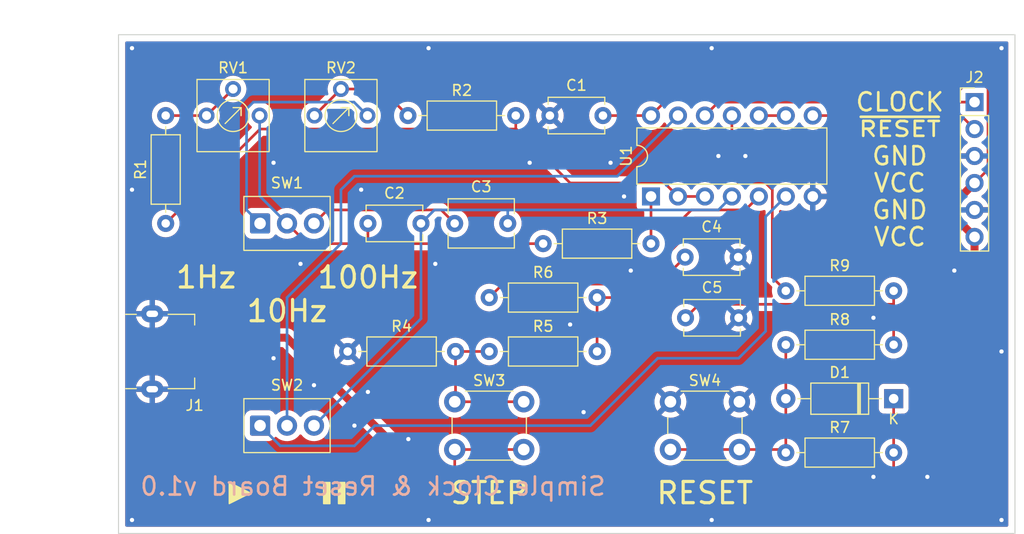
<source format=kicad_pcb>
(kicad_pcb (version 20211014) (generator pcbnew)
  (layers (0 "F.Cu" signal) (31 "B.Cu" signal) (34 "B.Paste" user) (35 "F.Paste" user) (36 "B.SilkS" user "B.Silkscreen") (37 "F.SilkS" user "F.Silkscreen") (38 "B.Mask" user) (39 "F.Mask" user) (44 "Edge.Cuts" user))
  (net 0 "")
  (net 1 "VCC")
  (net 2 "GND")
  (net 3 "Net-(C2-Pad1)")
  (net 4 "/clock_auto")
  (net 5 "/sw_1Hz")
  (net 6 "Net-(C4-Pad1)")
  (net 7 "Net-(C5-Pad1)")
  (net 8 "Net-(D1-Pad2)")
  (net 9 "/clock")
  (net 10 "/~{reset}")
  (net 11 "Net-(R1-Pad1)")
  (net 12 "Net-(R1-Pad2)")
  (net 13 "Net-(R2-Pad2)")
  (net 14 "Net-(R3-Pad1)")
  (net 15 "Net-(R4-Pad2)")
  (net 16 "Net-(R6-Pad2)")
  (net 17 "Net-(R9-Pad2)")
  (net 18 "/sw_100Hz")
  (net 19 "/clock_manual")
  (net 20 "Net-(SW2-Pad2)")
  (net 21 "Net-(U1-Pad10)")
  (footprint "MyLibrary:GF063P" (layer "F.Cu") (at 124.46 50.8)
    (fp_text reference "RV1" (at 0 -4.5 unlocked) (layer "F.SilkS"))
    (fp_text value "100k")
    (fp_line (start -0.75 0.75) (end 0.75 -0.75) (layer "F.SilkS") (width 0.12))
    (fp_line (start 0.75 -0.75) (end 0 -0.75) (layer "F.SilkS") (width 0.12))
    (fp_line (start 0.75 0) (end 0.75 -0.75) (layer "F.SilkS") (width 0.12))
    (fp_line (start 0.75 -0.75) (end 0.75 0) (layer "F.SilkS") (width 0.12))
    (fp_rect (start -3.4 -3.4) (end 3.4 3.4) (layer "F.SilkS") (width 0.12) (fill none))
    (fp_circle (center 0 0) (end 1.5 0) (layer "F.SilkS") (width 0.12) (fill none))
    (pad "1" thru_hole circle (at -2.5 0) (size 1.5 1.5) (drill 0.85) (layers *.Cu *.Mask) (net 12 "Net-(R1-Pad2)"))
    (pad "2" thru_hole circle (at 0 -2.5) (size 1.5 1.5) (drill 0.85) (layers *.Cu *.Mask) (net 12 "Net-(R1-Pad2)"))
    (pad "3" thru_hole circle (at 2.5 0) (size 1.5 1.5) (drill 0.85) (layers *.Cu *.Mask) (net 3 "Net-(C2-Pad1)"))
  )
  (footprint "MyLibrary:GF063P" (layer "F.Cu") (at 134.62 50.8)
    (fp_text reference "RV2" (at 0 -4.5 unlocked) (layer "F.SilkS"))
    (fp_text value "10k")
    (fp_line (start 0.75 -0.75) (end 0.75 0) (layer "F.SilkS") (width 0.12))
    (fp_line (start -0.75 0.75) (end 0.75 -0.75) (layer "F.SilkS") (width 0.12))
    (fp_line (start 0.75 -0.75) (end 0 -0.75) (layer "F.SilkS") (width 0.12))
    (fp_line (start 0.75 0) (end 0.75 -0.75) (layer "F.SilkS") (width 0.12))
    (fp_rect (start -3.4 -3.4) (end 3.4 3.4) (layer "F.SilkS") (width 0.12) (fill none))
    (fp_circle (center 0 0) (end 1.5 0) (layer "F.SilkS") (width 0.12) (fill none))
    (pad "1" thru_hole circle (at -2.5 0) (size 1.5 1.5) (drill 0.85) (layers *.Cu *.Mask) (net 13 "Net-(R2-Pad2)"))
    (pad "2" thru_hole circle (at 0 -2.5) (size 1.5 1.5) (drill 0.85) (layers *.Cu *.Mask) (net 13 "Net-(R2-Pad2)"))
    (pad "3" thru_hole circle (at 2.5 0) (size 1.5 1.5) (drill 0.85) (layers *.Cu *.Mask) (net 18 "/sw_100Hz"))
  )
  (footprint "Resistor_THT:R_Axial_DIN0207_L6.3mm_D2.5mm_P10.16mm_Horizontal" (layer "F.Cu") (at 163.83 62.865 180)
    (fp_text reference "R3" (at 5.08 2.37) (layer "F.SilkS"))
    (fp_text value "10k")
    (fp_line (start 8.35 -1.37) (end 1.81 -1.37) (layer "F.SilkS") (width 0.12))
    (fp_line (start 1.81 -1.37) (end 1.81 1.37) (layer "F.SilkS") (width 0.12))
    (fp_line (start 9.12 0) (end 8.35 0) (layer "F.SilkS") (width 0.12))
    (fp_line (start 8.35 1.37) (end 8.35 -1.37) (layer "F.SilkS") (width 0.12))
    (fp_line (start 1.04 0) (end 1.81 0) (layer "F.SilkS") (width 0.12))
    (fp_line (start 1.81 1.37) (end 8.35 1.37) (layer "F.SilkS") (width 0.12))
    (pad "1" thru_hole circle (at 0 0 180) (size 1.6 1.6) (drill 0.8) (layers *.Cu *.Mask) (net 14 "Net-(R3-Pad1)"))
    (pad "2" thru_hole oval (at 10.16 0 180) (size 1.6 1.6) (drill 0.8) (layers *.Cu *.Mask) (net 3 "Net-(C2-Pad1)"))
  )
  (footprint "MyLibrary:USB-MicroB-power" (layer "F.Cu") (at 116.84 73.025 -90)
    (fp_text reference "J1" (at 5.08 -4 unlocked) (layer "F.SilkS"))
    (fp_text value "USB-MicroB-power")
    (fp_line (start -3.5 -1.5) (end -3.5 -4) (layer "F.SilkS") (width 0.12))
    (fp_line (start 3.5 -4) (end 2.5 -4) (layer "F.SilkS") (width 0.12))
    (fp_line (start 3.5 -1.5) (end 3.5 -4) (layer "F.SilkS") (width 0.12))
    (fp_line (start -3.5 1.5) (end -3.5 2.5) (layer "F.SilkS") (width 0.12))
    (fp_line (start -3.5 -4) (end -2.5 -4) (layer "F.SilkS") (width 0.12))
    (fp_line (start 3.5 1.5) (end 3.5 2.5) (layer "F.SilkS") (width 0.12))
    (pad "1" smd rect (at -1.3 -5.9 270) (size 0.9 4.5) (layers "F.Cu" "F.Paste" "F.Mask") (net 1 "VCC"))
    (pad "5" smd rect (at 1.3 -5.9 270) (size 0.9 4.5) (layers "F.Cu" "F.Paste" "F.Mask") (net 2 "GND"))
    (pad "6" thru_hole oval (at 3.55 0 270) (size 1.6 2.1) (drill oval 0.6 1.1) (layers *.Cu *.Mask) (net 2 "GND"))
    (pad "6" thru_hole oval (at -3.55 0 270) (size 1.6 2.1) (drill oval 0.6 1.1) (layers *.Cu *.Mask) (net 2 "GND"))
  )
  (footprint "Capacitor_THT:C_Disc_D5.1mm_W3.2mm_P5.00mm" (layer "F.Cu") (at 159.305 50.8 180)
    (fp_text reference "C1" (at 2.5 2.85) (layer "F.SilkS"))
    (fp_text value "0.1u")
    (fp_line (start -0.17 -1.721) (end -0.17 -1.055) (layer "F.SilkS") (width 0.12))
    (fp_line (start 5.17 1.055) (end 5.17 1.721) (layer "F.SilkS") (width 0.12))
    (fp_line (start -0.17 1.721) (end 5.17 1.721) (layer "F.SilkS") (width 0.12))
    (fp_line (start 5.17 -1.721) (end 5.17 -1.055) (layer "F.SilkS") (width 0.12))
    (fp_line (start -0.17 1.055) (end -0.17 1.721) (layer "F.SilkS") (width 0.12))
    (fp_line (start -0.17 -1.721) (end 5.17 -1.721) (layer "F.SilkS") (width 0.12))
    (pad "1" thru_hole circle (at 0 0 180) (size 1.6 1.6) (drill 0.8) (layers *.Cu *.Mask) (net 1 "VCC"))
    (pad "2" thru_hole circle (at 5 0 180) (size 1.6 1.6) (drill 0.8) (layers *.Cu *.Mask) (net 2 "GND"))
  )
  (footprint "ModifiedKiCadLibrary:DIP-14_W7.62mm_D1mm" (layer "F.Cu") (at 163.83 58.42 90)
    (fp_text reference "U1" (at 3.81 -2.33 90) (layer "F.SilkS"))
    (fp_text value "74HC14")
    (fp_line (start 2.81 -1.33) (end 1.16 -1.33) (layer "F.SilkS") (width 0.12))
    (fp_line (start 1.16 -1.33) (end 1.16 16.57) (layer "F.SilkS") (width 0.12))
    (fp_line (start 1.16 16.57) (end 6.46 16.57) (layer "F.SilkS") (width 0.12))
    (fp_line (start 6.46 -1.33) (end 4.81 -1.33) (layer "F.SilkS") (width 0.12))
    (fp_line (start 6.46 16.57) (end 6.46 -1.33) (layer "F.SilkS") (width 0.12))
    (fp_arc (start 4.81 -1.33) (mid 3.81 -0.33) (end 2.81 -1.33) (layer "F.SilkS") (width 0.12))
    (pad "1" thru_hole rect (at 0 0 90) (size 1.7 1.7) (drill 1) (layers *.Cu *.Mask) (net 14 "Net-(R3-Pad1)"))
    (pad "2" thru_hole oval (at 0 2.54 90) (size 1.7 1.7) (drill 1) (layers *.Cu *.Mask) (net 11 "Net-(R1-Pad1)"))
    (pad "3" thru_hole oval (at 0 5.08 90) (size 1.7 1.7) (drill 1) (layers *.Cu *.Mask) (net 11 "Net-(R1-Pad1)"))
    (pad "4" thru_hole oval (at 0 7.62 90) (size 1.7 1.7) (drill 1) (layers *.Cu *.Mask) (net 4 "/clock_auto"))
    (pad "5" thru_hole oval (at 0 10.16 90) (size 1.7 1.7) (drill 1) (layers *.Cu *.Mask) (net 16 "Net-(R6-Pad2)"))
    (pad "6" thru_hole oval (at 0 12.7 90) (size 1.7 1.7) (drill 1) (layers *.Cu *.Mask) (net 19 "/clock_manual"))
    (pad "7" thru_hole oval (at 0 15.24 90) (size 1.7 1.7) (drill 1) (layers *.Cu *.Mask) (net 2 "GND"))
    (pad "8" thru_hole oval (at 7.62 15.24 90) (size 1.7 1.7) (drill 1) (layers *.Cu *.Mask) (net 10 "/~{reset}"))
    (pad "9" thru_hole oval (at 7.62 12.7 90) (size 1.7 1.7) (drill 1) (layers *.Cu *.Mask) (net 21 "Net-(U1-Pad10)"))
    (pad "10" thru_hole oval (at 7.62 10.16 90) (size 1.7 1.7) (drill 1) (layers *.Cu *.Mask) (net 21 "Net-(U1-Pad10)"))
    (pad "11" thru_hole oval (at 7.62 7.62 90) (size 1.7 1.7) (drill 1) (layers *.Cu *.Mask) (net 17 "Net-(R9-Pad2)"))
    (pad "12" thru_hole oval (at 7.62 5.08 90) (size 1.7 1.7) (drill 1) (layers *.Cu *.Mask) (net 9 "/clock"))
    (pad "13" thru_hole oval (at 7.62 2.54 90) (size 1.7 1.7) (drill 1) (layers *.Cu *.Mask) (net 20 "Net-(SW2-Pad2)"))
    (pad "14" thru_hole oval (at 7.62 0 90) (size 1.7 1.7) (drill 1) (layers *.Cu *.Mask) (net 1 "VCC"))
  )
  (footprint "Capacitor_THT:C_Disc_D5.1mm_W3.2mm_P5.00mm" (layer "F.Cu") (at 137.16 60.96)
    (fp_text reference "C2" (at 2.5 -2.85) (layer "F.SilkS"))
    (fp_text value "1u")
    (fp_line (start -0.17 1.055) (end -0.17 1.721) (layer "F.SilkS") (width 0.12))
    (fp_line (start -0.17 -1.721) (end 5.17 -1.721) (layer "F.SilkS") (width 0.12))
    (fp_line (start -0.17 1.721) (end 5.17 1.721) (layer "F.SilkS") (width 0.12))
    (fp_line (start 5.17 1.055) (end 5.17 1.721) (layer "F.SilkS") (width 0.12))
    (fp_line (start 5.17 -1.721) (end 5.17 -1.055) (layer "F.SilkS") (width 0.12))
    (fp_line (start -0.17 -1.721) (end -0.17 -1.055) (layer "F.SilkS") (width 0.12))
    (pad "1" thru_hole circle (at 0 0) (size 1.6 1.6) (drill 0.8) (layers *.Cu *.Mask) (net 3 "Net-(C2-Pad1)"))
    (pad "2" thru_hole circle (at 5 0) (size 1.6 1.6) (drill 0.8) (layers *.Cu *.Mask) (net 4 "/clock_auto"))
  )
  (footprint "Resistor_THT:R_Axial_DIN0207_L6.3mm_D2.5mm_P10.16mm_Horizontal" (layer "F.Cu") (at 148.59 73.025)
    (fp_text reference "R5" (at 5.08 -2.37) (layer "F.SilkS"))
    (fp_text value "10k")
    (fp_line (start 8.35 -1.37) (end 1.81 -1.37) (layer "F.SilkS") (width 0.12))
    (fp_line (start 9.12 0) (end 8.35 0) (layer "F.SilkS") (width 0.12))
    (fp_line (start 1.04 0) (end 1.81 0) (layer "F.SilkS") (width 0.12))
    (fp_line (start 1.81 -1.37) (end 1.81 1.37) (layer "F.SilkS") (width 0.12))
    (fp_line (start 1.81 1.37) (end 8.35 1.37) (layer "F.SilkS") (width 0.12))
    (fp_line (start 8.35 1.37) (end 8.35 -1.37) (layer "F.SilkS") (width 0.12))
    (pad "1" thru_hole circle (at 0 0) (size 1.6 1.6) (drill 0.8) (layers *.Cu *.Mask) (net 15 "Net-(R4-Pad2)"))
    (pad "2" thru_hole oval (at 10.16 0) (size 1.6 1.6) (drill 0.8) (layers *.Cu *.Mask) (net 6 "Net-(C4-Pad1)"))
  )
  (footprint "Button_Switch_THT:SW_PUSH_6mm_H5mm" (layer "F.Cu") (at 145.34 77.76)
    (fp_text reference "SW3" (at 3.25 -2) (layer "F.SilkS"))
    (fp_text value "SW_clock")
    (fp_line (start -0.25 1.5) (end -0.25 3) (layer "F.SilkS") (width 0.12))
    (fp_line (start 5.5 -1) (end 1 -1) (layer "F.SilkS") (width 0.12))
    (fp_line (start 1 5.5) (end 5.5 5.5) (layer "F.SilkS") (width 0.12))
    (fp_line (start 6.75 3) (end 6.75 1.5) (layer "F.SilkS") (width 0.12))
    (pad "1" thru_hole circle (at 0 0 90) (size 2 2) (drill 1.1) (layers *.Cu *.Mask) (net 15 "Net-(R4-Pad2)"))
    (pad "1" thru_hole circle (at 6.5 0 90) (size 2 2) (drill 1.1) (layers *.Cu *.Mask) (net 15 "Net-(R4-Pad2)"))
    (pad "2" thru_hole circle (at 0 4.5 90) (size 2 2) (drill 1.1) (layers *.Cu *.Mask) (net 1 "VCC"))
    (pad "2" thru_hole circle (at 6.5 4.5 90) (size 2 2) (drill 1.1) (layers *.Cu *.Mask) (net 1 "VCC"))
  )
  (footprint "Resistor_THT:R_Axial_DIN0207_L6.3mm_D2.5mm_P10.16mm_Horizontal" (layer "F.Cu") (at 176.53 72.39)
    (fp_text reference "R8" (at 5.08 -2.37) (layer "F.SilkS"))
    (fp_text value "10k")
    (fp_line (start 1.04 0) (end 1.81 0) (layer "F.SilkS") (width 0.12))
    (fp_line (start 8.35 -1.37) (end 1.81 -1.37) (layer "F.SilkS") (width 0.12))
    (fp_line (start 1.81 1.37) (end 8.35 1.37) (layer "F.SilkS") (width 0.12))
    (fp_line (start 1.81 -1.37) (end 1.81 1.37) (layer "F.SilkS") (width 0.12))
    (fp_line (start 9.12 0) (end 8.35 0) (layer "F.SilkS") (width 0.12))
    (fp_line (start 8.35 1.37) (end 8.35 -1.37) (layer "F.SilkS") (width 0.12))
    (pad "1" thru_hole circle (at 0 0) (size 1.6 1.6) (drill 0.8) (layers *.Cu *.Mask) (net 8 "Net-(D1-Pad2)"))
    (pad "2" thru_hole oval (at 10.16 0) (size 1.6 1.6) (drill 0.8) (layers *.Cu *.Mask) (net 7 "Net-(C5-Pad1)"))
  )
  (footprint "MyLibrary:Triangle" (layer "F.Cu") (at 125.095 86.36)
    (fp_text reference "REF**" hide)
    (fp_text value "Triangle" hide)
    (fp_poly (pts (xy 1 0) (xy -1 1) (xy -1 -1)) (layer "F.SilkS") (width 0.12) (fill solid))
  )
  (footprint "MyLibrary:2MS1-T1-B4-M2-Q-E" (layer "F.Cu") (at 129.54 80.01)
    (fp_text reference "SW2" (at 0 -3.81 unlocked) (layer "F.SilkS"))
    (fp_text value "SW_clock_sel")
    (fp_rect (start -4.065 -2.54) (end 4.065 2.54) (layer "F.SilkS") (width 0.12) (fill none))
    (pad "1" thru_hole roundrect (at -2.54 0) (size 1.9 1.9) (drill 1.09) (layers *.Cu *.Mask) (roundrect_rratio 0.1) (net 19 "/clock_manual"))
    (pad "2" thru_hole circle (at 0 0) (size 1.9 1.9) (drill 1.09) (layers *.Cu *.Mask) (net 20 "Net-(SW2-Pad2)"))
    (pad "3" thru_hole circle (at 2.54 0) (size 1.9 1.9) (drill 1.09) (layers *.Cu *.Mask) (net 4 "/clock_auto"))
  )
  (footprint "MyLibrary:Pause" (layer "F.Cu") (at 133.985 86.36)
    (fp_text reference "REF**" hide)
    (fp_text value "Pause" hide)
    (fp_rect (start 0.4 -1) (end 1 1) (layer "F.SilkS") (width 0.12) (fill solid))
    (fp_rect (start -1 -1) (end -0.4 1) (layer "F.SilkS") (width 0.12) (fill solid))
  )
  (footprint "Button_Switch_THT:SW_PUSH_6mm_H5mm" (layer "F.Cu") (at 165.66 77.76)
    (fp_text reference "SW4" (at 3.25 -2) (layer "F.SilkS"))
    (fp_text value "SW_reset")
    (fp_line (start 1 5.5) (end 5.5 5.5) (layer "F.SilkS") (width 0.12))
    (fp_line (start -0.25 1.5) (end -0.25 3) (layer "F.SilkS") (width 0.12))
    (fp_line (start 5.5 -1) (end 1 -1) (layer "F.SilkS") (width 0.12))
    (fp_line (start 6.75 3) (end 6.75 1.5) (layer "F.SilkS") (width 0.12))
    (pad "1" thru_hole circle (at 6.5 0 90) (size 2 2) (drill 1.1) (layers *.Cu *.Mask) (net 2 "GND"))
    (pad "1" thru_hole circle (at 0 0 90) (size 2 2) (drill 1.1) (layers *.Cu *.Mask) (net 2 "GND"))
    (pad "2" thru_hole circle (at 6.5 4.5 90) (size 2 2) (drill 1.1) (layers *.Cu *.Mask) (net 8 "Net-(D1-Pad2)"))
    (pad "2" thru_hole circle (at 0 4.5 90) (size 2 2) (drill 1.1) (layers *.Cu *.Mask) (net 8 "Net-(D1-Pad2)"))
  )
  (footprint "Capacitor_THT:C_Disc_D6.0mm_W4.4mm_P5.00mm" (layer "F.Cu") (at 145.335 60.96)
    (fp_text reference "C3" (at 2.5 -3.45) (layer "F.SilkS"))
    (fp_text value "10u")
    (fp_line (start -0.62 2.321) (end 5.62 2.321) (layer "F.SilkS") (width 0.12))
    (fp_line (start -0.62 -2.321) (end 5.62 -2.321) (layer "F.SilkS") (width 0.12))
    (fp_line (start -0.62 -2.321) (end -0.62 -0.925) (layer "F.SilkS") (width 0.12))
    (fp_line (start 5.62 0.925) (end 5.62 2.321) (layer "F.SilkS") (width 0.12))
    (fp_line (start -0.62 0.925) (end -0.62 2.321) (layer "F.SilkS") (width 0.12))
    (fp_line (start 5.62 -2.321) (end 5.62 -0.925) (layer "F.SilkS") (width 0.12))
    (pad "1" thru_hole circle (at 0 0) (size 1.6 1.6) (drill 0.8) (layers *.Cu *.Mask) (net 5 "/sw_1Hz"))
    (pad "2" thru_hole circle (at 5 0) (size 1.6 1.6) (drill 0.8) (layers *.Cu *.Mask) (net 4 "/clock_auto"))
  )
  (footprint "Resistor_THT:R_Axial_DIN0207_L6.3mm_D2.5mm_P10.16mm_Horizontal" (layer "F.Cu") (at 135.255 73.025)
    (fp_text reference "R4" (at 5.08 -2.37) (layer "F.SilkS"))
    (fp_text value "10k")
    (fp_line (start 8.35 1.37) (end 8.35 -1.37) (layer "F.SilkS") (width 0.12))
    (fp_line (start 1.04 0) (end 1.81 0) (layer "F.SilkS") (width 0.12))
    (fp_line (start 8.35 -1.37) (end 1.81 -1.37) (layer "F.SilkS") (width 0.12))
    (fp_line (start 1.81 1.37) (end 8.35 1.37) (layer "F.SilkS") (width 0.12))
    (fp_line (start 1.81 -1.37) (end 1.81 1.37) (layer "F.SilkS") (width 0.12))
    (fp_line (start 9.12 0) (end 8.35 0) (layer "F.SilkS") (width 0.12))
    (pad "1" thru_hole circle (at 0 0) (size 1.6 1.6) (drill 0.8) (layers *.Cu *.Mask) (net 2 "GND"))
    (pad "2" thru_hole oval (at 10.16 0) (size 1.6 1.6) (drill 0.8) (layers *.Cu *.Mask) (net 15 "Net-(R4-Pad2)"))
  )
  (footprint "Connector_PinHeader_2.54mm:PinHeader_1x06_P2.54mm_Vertical" (layer "F.Cu") (at 194.31 49.53)
    (fp_text reference "J2" (at 0 -2.33) (layer "F.SilkS"))
    (fp_text value "Conn_01x06")
    (fp_line (start -1.33 1.27) (end 1.33 1.27) (layer "F.SilkS") (width 0.12))
    (fp_line (start -1.33 0) (end -1.33 -1.33) (layer "F.SilkS") (width 0.12))
    (fp_line (start -1.33 -1.33) (end 0 -1.33) (layer "F.SilkS") (width 0.12))
    (fp_line (start -1.33 14.03) (end 1.33 14.03) (layer "F.SilkS") (width 0.12))
    (fp_line (start -1.33 1.27) (end -1.33 14.03) (layer "F.SilkS") (width 0.12))
    (fp_line (start 1.33 1.27) (end 1.33 14.03) (layer "F.SilkS") (width 0.12))
    (pad "1" thru_hole rect (at 0 0) (size 1.7 1.7) (drill 1) (layers *.Cu *.Mask) (net 9 "/clock"))
    (pad "2" thru_hole oval (at 0 2.54) (size 1.7 1.7) (drill 1) (layers *.Cu *.Mask) (net 10 "/~{reset}"))
    (pad "3" thru_hole oval (at 0 5.08) (size 1.7 1.7) (drill 1) (layers *.Cu *.Mask) (net 2 "GND"))
    (pad "4" thru_hole oval (at 0 7.62) (size 1.7 1.7) (drill 1) (layers *.Cu *.Mask) (net 1 "VCC"))
    (pad "5" thru_hole oval (at 0 10.16) (size 1.7 1.7) (drill 1) (layers *.Cu *.Mask) (net 2 "GND"))
    (pad "6" thru_hole oval (at 0 12.7) (size 1.7 1.7) (drill 1) (layers *.Cu *.Mask) (net 1 "VCC"))
  )
  (footprint "Capacitor_THT:C_Disc_D5.1mm_W3.2mm_P5.00mm" (layer "F.Cu") (at 167.085 69.85)
    (fp_text reference "C5" (at 2.5 -2.85) (layer "F.SilkS"))
    (fp_text value "1u")
    (fp_line (start 5.17 1.055) (end 5.17 1.721) (layer "F.SilkS") (width 0.12))
    (fp_line (start -0.17 -1.721) (end -0.17 -1.055) (layer "F.SilkS") (width 0.12))
    (fp_line (start 5.17 -1.721) (end 5.17 -1.055) (layer "F.SilkS") (width 0.12))
    (fp_line (start -0.17 -1.721) (end 5.17 -1.721) (layer "F.SilkS") (width 0.12))
    (fp_line (start -0.17 1.721) (end 5.17 1.721) (layer "F.SilkS") (width 0.12))
    (fp_line (start -0.17 1.055) (end -0.17 1.721) (layer "F.SilkS") (width 0.12))
    (pad "1" thru_hole circle (at 0 0) (size 1.6 1.6) (drill 0.8) (layers *.Cu *.Mask) (net 7 "Net-(C5-Pad1)"))
    (pad "2" thru_hole circle (at 5 0) (size 1.6 1.6) (drill 0.8) (layers *.Cu *.Mask) (net 2 "GND"))
  )
  (footprint "Resistor_THT:R_Axial_DIN0207_L6.3mm_D2.5mm_P10.16mm_Horizontal" (layer "F.Cu") (at 186.69 67.31 180)
    (fp_text reference "R9" (at 5.08 2.37) (layer "F.SilkS"))
    (fp_text value "10k")
    (fp_line (start 8.35 1.37) (end 8.35 -1.37) (layer "F.SilkS") (width 0.12))
    (fp_line (start 1.81 -1.37) (end 1.81 1.37) (layer "F.SilkS") (width 0.12))
    (fp_line (start 1.04 0) (end 1.81 0) (layer "F.SilkS") (width 0.12))
    (fp_line (start 9.12 0) (end 8.35 0) (layer "F.SilkS") (width 0.12))
    (fp_line (start 1.81 1.37) (end 8.35 1.37) (layer "F.SilkS") (width 0.12))
    (fp_line (start 8.35 -1.37) (end 1.81 -1.37) (layer "F.SilkS") (width 0.12))
    (pad "1" thru_hole circle (at 0 0 180) (size 1.6 1.6) (drill 0.8) (layers *.Cu *.Mask) (net 7 "Net-(C5-Pad1)"))
    (pad "2" thru_hole oval (at 10.16 0 180) (size 1.6 1.6) (drill 0.8) (layers *.Cu *.Mask) (net 17 "Net-(R9-Pad2)"))
  )
  (footprint "Resistor_THT:R_Axial_DIN0207_L6.3mm_D2.5mm_P10.16mm_Horizontal" (layer "F.Cu") (at 118.11 60.96 90)
    (fp_text reference "R1" (at 5.08 -2.37 90) (layer "F.SilkS"))
    (fp_text value "10k")
    (fp_line (start 1.81 -1.37) (end 1.81 1.37) (layer "F.SilkS") (width 0.12))
    (fp_line (start 8.35 1.37) (end 8.35 -1.37) (layer "F.SilkS") (width 0.12))
    (fp_line (start 1.81 1.37) (end 8.35 1.37) (layer "F.SilkS") (width 0.12))
    (fp_line (start 1.04 0) (end 1.81 0) (layer "F.SilkS") (width 0.12))
    (fp_line (start 8.35 -1.37) (end 1.81 -1.37) (layer "F.SilkS") (width 0.12))
    (fp_line (start 9.12 0) (end 8.35 0) (layer "F.SilkS") (width 0.12))
    (pad "1" thru_hole circle (at 0 0 90) (size 1.6 1.6) (drill 0.8) (layers *.Cu *.Mask) (net 11 "Net-(R1-Pad1)"))
    (pad "2" thru_hole oval (at 10.16 0 90) (size 1.6 1.6) (drill 0.8) (layers *.Cu *.Mask) (net 12 "Net-(R1-Pad2)"))
  )
  (footprint "Capacitor_THT:C_Disc_D5.1mm_W3.2mm_P5.00mm" (layer "F.Cu") (at 167.045 64.135)
    (fp_text reference "C4" (at 2.5 -2.85) (layer "F.SilkS"))
    (fp_text value "1u")
    (fp_line (start -0.17 -1.721) (end -0.17 -1.055) (layer "F.SilkS") (width 0.12))
    (fp_line (start -0.17 -1.721) (end 5.17 -1.721) (layer "F.SilkS") (width 0.12))
    (fp_line (start -0.17 1.055) (end -0.17 1.721) (layer "F.SilkS") (width 0.12))
    (fp_line (start 5.17 1.055) (end 5.17 1.721) (layer "F.SilkS") (width 0.12))
    (fp_line (start -0.17 1.721) (end 5.17 1.721) (layer "F.SilkS") (width 0.12))
    (fp_line (start 5.17 -1.721) (end 5.17 -1.055) (layer "F.SilkS") (width 0.12))
    (pad "1" thru_hole circle (at 0 0) (size 1.6 1.6) (drill 0.8) (layers *.Cu *.Mask) (net 6 "Net-(C4-Pad1)"))
    (pad "2" thru_hole circle (at 5 0) (size 1.6 1.6) (drill 0.8) (layers *.Cu *.Mask) (net 2 "GND"))
  )
  (footprint "Resistor_THT:R_Axial_DIN0207_L6.3mm_D2.5mm_P10.16mm_Horizontal" (layer "F.Cu") (at 158.75 67.945 180)
    (fp_text reference "R6" (at 5.08 2.37) (layer "F.SilkS"))
    (fp_text value "10k")
    (fp_line (start 1.04 0) (end 1.81 0) (layer "F.SilkS") (width 0.12))
    (fp_line (start 8.35 1.37) (end 8.35 -1.37) (layer "F.SilkS") (width 0.12))
    (fp_line (start 8.35 -1.37) (end 1.81 -1.37) (layer "F.SilkS") (width 0.12))
    (fp_line (start 1.81 -1.37) (end 1.81 1.37) (layer "F.SilkS") (width 0.12))
    (fp_line (start 1.81 1.37) (end 8.35 1.37) (layer "F.SilkS") (width 0.12))
    (fp_line (start 9.12 0) (end 8.35 0) (layer "F.SilkS") (width 0.12))
    (pad "1" thru_hole circle (at 0 0 180) (size 1.6 1.6) (drill 0.8) (layers *.Cu *.Mask) (net 6 "Net-(C4-Pad1)"))
    (pad "2" thru_hole oval (at 10.16 0 180) (size 1.6 1.6) (drill 0.8) (layers *.Cu *.Mask) (net 16 "Net-(R6-Pad2)"))
  )
  (footprint "Resistor_THT:R_Axial_DIN0207_L6.3mm_D2.5mm_P10.16mm_Horizontal" (layer "F.Cu") (at 176.53 82.55)
    (fp_text reference "R7" (at 5.08 -2.37) (layer "F.SilkS"))
    (fp_text value "10k")
    (fp_line (start 8.35 1.37) (end 8.35 -1.37) (layer "F.SilkS") (width 0.12))
    (fp_line (start 1.04 0) (end 1.81 0) (layer "F.SilkS") (width 0.12))
    (fp_line (start 8.35 -1.37) (end 1.81 -1.37) (layer "F.SilkS") (width 0.12))
    (fp_line (start 1.81 1.37) (end 8.35 1.37) (layer "F.SilkS") (width 0.12))
    (fp_line (start 9.12 0) (end 8.35 0) (layer "F.SilkS") (width 0.12))
    (fp_line (start 1.81 -1.37) (end 1.81 1.37) (layer "F.SilkS") (width 0.12))
    (pad "1" thru_hole circle (at 0 0) (size 1.6 1.6) (drill 0.8) (layers *.Cu *.Mask) (net 8 "Net-(D1-Pad2)"))
    (pad "2" thru_hole oval (at 10.16 0) (size 1.6 1.6) (drill 0.8) (layers *.Cu *.Mask) (net 1 "VCC"))
  )
  (footprint "Resistor_THT:R_Axial_DIN0207_L6.3mm_D2.5mm_P10.16mm_Horizontal" (layer "F.Cu") (at 151.09 50.8 180)
    (fp_text reference "R2" (at 5.08 2.37) (layer "F.SilkS"))
    (fp_text value "1k")
    (fp_line (start 1.04 0) (end 1.81 0) (layer "F.SilkS") (width 0.12))
    (fp_line (start 8.35 1.37) (end 8.35 -1.37) (layer "F.SilkS") (width 0.12))
    (fp_line (start 9.12 0) (end 8.35 0) (layer "F.SilkS") (width 0.12))
    (fp_line (start 1.81 -1.37) (end 1.81 1.37) (layer "F.SilkS") (width 0.12))
    (fp_line (start 1.81 1.37) (end 8.35 1.37) (layer "F.SilkS") (width 0.12))
    (fp_line (start 8.35 -1.37) (end 1.81 -1.37) (layer "F.SilkS") (width 0.12))
    (pad "1" thru_hole circle (at 0 0 180) (size 1.6 1.6) (drill 0.8) (layers *.Cu *.Mask) (net 11 "Net-(R1-Pad1)"))
    (pad "2" thru_hole oval (at 10.16 0 180) (size 1.6 1.6) (drill 0.8) (layers *.Cu *.Mask) (net 13 "Net-(R2-Pad2)"))
  )
  (footprint "Diode_THT:D_A-405_P10.16mm_Horizontal" (layer "F.Cu") (at 186.69 77.47 180)
    (fp_text reference "D1" (at 5.08 2.47) (layer "F.SilkS"))
    (fp_text value "D")
    (fp_text user "K" (at 0 -1.9) (layer "F.SilkS"))
    (fp_line (start 3.26 -1.47) (end 3.26 1.47) (layer "F.SilkS") (width 0.12))
    (fp_line (start 1.14 0) (end 2.36 0) (layer "F.SilkS") (width 0.12))
    (fp_line (start 2.36 -1.47) (end 2.36 1.47) (layer "F.SilkS") (width 0.12))
    (fp_line (start 3.14 -1.47) (end 3.14 1.47) (layer "F.SilkS") (width 0.12))
    (fp_line (start 7.8 1.47) (end 7.8 -1.47) (layer "F.SilkS") (width 0.12))
    (fp_line (start 3.38 -1.47) (end 3.38 1.47) (layer "F.SilkS") (width 0.12))
    (fp_line (start 9.02 0) (end 7.8 0) (layer "F.SilkS") (width 0.12))
    (fp_line (start 2.36 1.47) (end 7.8 1.47) (layer "F.SilkS") (width 0.12))
    (fp_line (start 7.8 -1.47) (end 2.36 -1.47) (layer "F.SilkS") (width 0.12))
    (pad "1" thru_hole rect (at 0 0 180) (size 1.8 1.8) (drill 0.9) (layers *.Cu *.Mask) (net 1 "VCC"))
    (pad "2" thru_hole oval (at 10.16 0 180) (size 1.8 1.8) (drill 0.9) (layers *.Cu *.Mask) (net 8 "Net-(D1-Pad2)"))
  )
  (footprint "MyLibrary:2MS1-T1-B4-M2-Q-E" (layer "F.Cu") (at 129.54 60.96)
    (fp_text reference "SW1" (at 0 -3.81 unlocked) (layer "F.SilkS"))
    (fp_text value "SW_speed_sel")
    (fp_rect (start -4.065 -2.54) (end 4.065 2.54) (layer "F.SilkS") (width 0.12) (fill none))
    (pad "1" thru_hole roundrect (at -2.54 0) (size 1.9 1.9) (drill 1.09) (layers *.Cu *.Mask) (roundrect_rratio 0.1) (net 18 "/sw_100Hz"))
    (pad "2" thru_hole circle (at 0 0) (size 1.9 1.9) (drill 1.09) (layers *.Cu *.Mask) (net 3 "Net-(C2-Pad1)"))
    (pad "3" thru_hole circle (at 2.54 0) (size 1.9 1.9) (drill 1.09) (layers *.Cu *.Mask) (net 5 "/sw_1Hz"))
  )
  (gr_rect (start 113.665 43.18) (end 198.12 90.17) (layer "Edge.Cuts") (width 0.1) (fill none))
  (gr_text "Simple Clock & Reset Board v1.0" (at 115.57 85.725) (layer "B.SilkS") (effects (font (size 1.7 1.7) (thickness 0.25)) (justify right mirror)))
  (gr_text "VCC" (at 187.265 57.15) (layer "F.SilkS") (effects (font (size 1.7 1.7) (thickness 0.25))))
  (gr_text "GND" (at 187.265 59.69) (layer "F.SilkS") (effects (font (size 1.7 1.7) (thickness 0.25))))
  (gr_text "1Hz" (at 121.92 66.04) (layer "F.SilkS") (effects (font (size 2 2) (thickness 0.3))))
  (gr_text "RESET" (at 168.91 86.36) (layer "F.SilkS") (effects (font (size 2 2) (thickness 0.3))))
  (gr_text "100Hz" (at 137.16 66.04) (layer "F.SilkS") (effects (font (size 2 2) (thickness 0.3))))
  (gr_text "GND" (at 187.265 54.61) (layer "F.SilkS") (effects (font (size 1.7 1.7) (thickness 0.25))))
  (gr_text "STEP" (at 148.59 86.36) (layer "F.SilkS") (effects (font (size 2 2) (thickness 0.3))))
  (gr_text "CLOCK" (at 187.265 49.53) (layer "F.SilkS") (effects (font (size 1.7 1.7) (thickness 0.25))))
  (gr_text "~{RESET}" (at 187.265 52.07) (layer "F.SilkS") (effects (font (size 1.4 1.7) (thickness 0.25))))
  (gr_text "VCC" (at 187.265 62.23) (layer "F.SilkS") (effects (font (size 1.7 1.7) (thickness 0.25))))
  (gr_text "10Hz" (at 129.54 69.215) (layer "F.SilkS") (effects (font (size 2 2) (thickness 0.3))))
  (segment (start 145.34 86.285) (end 145.415 86.36) (width 0.25) (layer "F.Cu") (net 1))
  (segment (start 145.34 82.26) (end 145.34 86.285) (width 0.25) (layer "F.Cu") (net 1))
  (segment (start 194.31 57.15) (end 195.58 55.88) (width 0.25) (layer "F.Cu") (net 1))
  (segment (start 194.31 82.55) (end 194.31 62.23) (width 0.75) (layer "F.Cu") (net 1))
  (segment (start 192.405 60.325) (end 194.31 62.23) (width 0.75) (layer "F.Cu") (net 1))
  (segment (start 186.69 86.36) (end 190.5 86.36) (width 0.75) (layer "F.Cu") (net 1))
  (segment (start 186.69 82.55) (end 186.69 86.36) (width 0.25) (layer "F.Cu") (net 1))
  (segment (start 186.69 77.47) (end 186.69 82.55) (width 0.25) (layer "F.Cu") (net 1))
  (segment (start 193.675 47.625) (end 192.405 48.895) (width 0.25) (layer "F.Cu") (net 1))
  (segment (start 165.735 48.895) (end 163.83 50.8) (width 0.25) (layer "F.Cu") (net 1))
  (segment (start 129.51 71.725) (end 144.145 86.36) (width 0.75) (layer "F.Cu") (net 1))
  (segment (start 195.58 48.26) (end 194.945 47.625) (width 0.25) (layer "F.Cu") (net 1))
  (segment (start 144.145 86.36) (end 145.415 86.36) (width 0.75) (layer "F.Cu") (net 1))
  (segment (start 122.74 71.725) (end 129.51 71.725) (width 0.75) (layer "F.Cu") (net 1))
  (segment (start 151.84 82.26) (end 145.34 82.26) (width 0.25) (layer "F.Cu") (net 1))
  (segment (start 190.5 86.36) (end 194.31 82.55) (width 0.75) (layer "F.Cu") (net 1))
  (segment (start 194.945 47.625) (end 193.675 47.625) (width 0.25) (layer "F.Cu") (net 1))
  (segment (start 192.405 59.055) (end 192.405 60.325) (width 0.75) (layer "F.Cu") (net 1))
  (segment (start 192.405 48.895) (end 165.735 48.895) (width 0.25) (layer "F.Cu") (net 1))
  (segment (start 145.415 86.36) (end 186.69 86.36) (width 0.75) (layer "F.Cu") (net 1))
  (segment (start 159.305 50.8) (end 163.83 50.8) (width 0.25) (layer "F.Cu") (net 1))
  (segment (start 195.58 55.88) (end 195.58 48.26) (width 0.25) (layer "F.Cu") (net 1))
  (segment (start 194.31 57.15) (end 192.405 59.055) (width 0.75) (layer "F.Cu") (net 1))
  (via (at 196.85 44.45) (size 0.8) (drill 0.4) (layers "F.Cu" "B.Cu") (net 2))
  (via (at 169.545 44.45) (size 0.8) (drill 0.4) (layers "F.Cu" "B.Cu") (net 2))
  (via (at 130.81 64.77) (size 0.8) (drill 0.4) (layers "F.Cu" "B.Cu") (net 2))
  (via (at 170.18 54.61) (size 0.8) (drill 0.4) (layers "F.Cu" "B.Cu") (net 2))
  (via (at 169.545 88.9) (size 0.8) (drill 0.4) (layers "F.Cu" "B.Cu") (net 2))
  (via (at 196.85 88.9) (size 0.8) (drill 0.4) (layers "F.Cu" "B.Cu") (net 2))
  (via (at 143.51 64.77) (size 0.8) (drill 0.4) (layers "F.Cu" "B.Cu") (net 2))
  (via (at 137.16 76.835) (size 0.8) (drill 0.4) (layers "F.Cu" "B.Cu") (net 2))
  (via (at 142.875 88.9) (size 0.8) (drill 0.4) (layers "F.Cu" "B.Cu") (net 2))
  (via (at 161.925 65.405) (size 0.8) (drill 0.4) (layers "F.Cu" "B.Cu") (net 2))
  (via (at 184.785 84.836) (size 0.8) (drill 0.4) (layers "F.Cu" "B.Cu") (net 2))
  (via (at 136.525 57.785) (size 0.8) (drill 0.4) (layers "F.Cu" "B.Cu") (net 2))
  (via (at 132.08 76.2) (size 0.8) (drill 0.4) (layers "F.Cu" "B.Cu") (net 2))
  (via (at 135.89 80.01) (size 0.8) (drill 0.4) (layers "F.Cu" "B.Cu") (net 2))
  (via (at 192.405 65.405) (size 0.8) (drill 0.4) (layers "F.Cu" "B.Cu") (net 2))
  (via (at 172.72 54.61) (size 0.8) (drill 0.4) (layers "F.Cu" "B.Cu") (net 2))
  (via (at 128.27 73.66) (size 0.8) (drill 0.4) (layers "F.Cu" "B.Cu") (net 2))
  (via (at 189.865 84.836) (size 0.8) (drill 0.4) (layers "F.Cu" "B.Cu") (net 2))
  (via (at 140.97 81.28) (size 0.8) (drill 0.4) (layers "F.Cu" "B.Cu") (net 2))
  (via (at 114.935 88.9) (size 0.8) (drill 0.4) (layers "F.Cu" "B.Cu") (net 2))
  (via (at 152.4 55.245) (size 0.8) (drill 0.4) (layers "F.Cu" "B.Cu") (net 2))
  (via (at 114.935 44.45) (size 0.8) (drill 0.4) (layers "F.Cu" "B.Cu") (net 2))
  (via (at 160.02 55.245) (size 0.8) (drill 0.4) (layers "F.Cu" "B.Cu") (net 2))
  (via (at 128.27 55.245) (size 0.8) (drill 0.4) (layers "F.Cu" "B.Cu") (net 2))
  (via (at 142.875 44.45) (size 0.8) (drill 0.4) (layers "F.Cu" "B.Cu") (net 2))
  (via (at 184.785 69.85) (size 0.8) (drill 0.4) (layers "F.Cu" "B.Cu") (net 2))
  (via (at 161.29 58.42) (size 0.8) (drill 0.4) (layers "F.Cu" "B.Cu") (net 2))
  (via (at 157.48 78.74) (size 0.8) (drill 0.4) (layers "F.Cu" "B.Cu") (net 2))
  (via (at 196.85 73.025) (size 0.8) (drill 0.4) (layers "F.Cu" "B.Cu") (net 2))
  (via (at 156.21 70.485) (size 0.8) (drill 0.4) (layers "F.Cu" "B.Cu") (net 2))
  (via (at 114.935 57.785) (size 0.8) (drill 0.4) (layers "F.Cu" "B.Cu") (net 2))
  (segment (start 131.445 62.865) (end 129.54 60.96) (width 0.25) (layer "F.Cu") (net 3))
  (segment (start 137.16 60.96) (end 137.16 62.865) (width 0.25) (layer "F.Cu") (net 3))
  (segment (start 137.16 62.865) (end 153.67 62.865) (width 0.25) (layer "F.Cu") (net 3))
  (segment (start 137.16 62.865) (end 131.445 62.865) (width 0.25) (layer "F.Cu") (net 3))
  (segment (start 126.96 58.38) (end 129.54 60.96) (width 0.25) (layer "B.Cu") (net 3))
  (segment (start 126.96 50.8) (end 126.96 58.38) (width 0.25) (layer "B.Cu") (net 3))
  (segment (start 142.16 60.96) (end 142.16 69.93) (width 0.25) (layer "B.Cu") (net 4))
  (segment (start 150.335 60.96) (end 150.335 59.69) (width 0.25) (layer "B.Cu") (net 4))
  (segment (start 143.51 59.69) (end 150.495 59.69) (width 0.25) (layer "B.Cu") (net 4))
  (segment (start 143.43 59.69) (end 142.16 60.96) (width 0.25) (layer "B.Cu") (net 4))
  (segment (start 170.18 59.69) (end 171.45 58.42) (width 0.25) (layer "B.Cu") (net 4))
  (segment (start 142.16 69.93) (end 132.08 80.01) (width 0.25) (layer "B.Cu") (net 4))
  (segment (start 150.495 59.69) (end 170.18 59.69) (width 0.25) (layer "B.Cu") (net 4))
  (segment (start 144.065 59.69) (end 145.335 60.96) (width 0.25) (layer "F.Cu") (net 5))
  (segment (start 133.35 59.69) (end 144.065 59.69) (width 0.25) (layer "F.Cu") (net 5))
  (segment (start 132.08 60.96) (end 133.35 59.69) (width 0.25) (layer "F.Cu") (net 5))
  (segment (start 163.235 67.945) (end 158.75 67.945) (width 0.25) (layer "F.Cu") (net 6))
  (segment (start 167.045 64.135) (end 163.235 67.945) (width 0.25) (layer "F.Cu") (net 6))
  (segment (start 158.75 67.945) (end 158.75 73.025) (width 0.25) (layer "F.Cu") (net 6))
  (segment (start 186.69 72.39) (end 186.69 68.58) (width 0.25) (layer "F.Cu") (net 7))
  (segment (start 167.085 69.85) (end 168.355 68.58) (width 0.25) (layer "F.Cu") (net 7))
  (segment (start 168.355 68.58) (end 186.69 68.58) (width 0.25) (layer "F.Cu") (net 7))
  (segment (start 186.69 68.58) (end 186.69 67.31) (width 0.25) (layer "F.Cu") (net 7))
  (segment (start 176.53 72.39) (end 176.53 77.47) (width 0.25) (layer "F.Cu") (net 8))
  (segment (start 165.66 82.26) (end 176.24 82.26) (width 0.25) (layer "F.Cu") (net 8))
  (segment (start 176.24 82.26) (end 176.53 82.55) (width 0.25) (layer "F.Cu") (net 8))
  (segment (start 176.53 82.55) (end 176.53 77.47) (width 0.25) (layer "F.Cu") (net 8))
  (segment (start 170.18 49.53) (end 168.91 50.8) (width 0.25) (layer "F.Cu") (net 9))
  (segment (start 194.31 49.53) (end 170.18 49.53) (width 0.25) (layer "F.Cu") (net 9))
  (segment (start 193.04 50.8) (end 194.31 52.07) (width 0.25) (layer "F.Cu") (net 10))
  (segment (start 179.07 50.8) (end 193.04 50.8) (width 0.25) (layer "F.Cu") (net 10))
  (segment (start 166.37 58.42) (end 168.91 58.42) (width 0.25) (layer "F.Cu") (net 11))
  (segment (start 166.37 58.42) (end 165.1 57.15) (width 0.25) (layer "F.Cu") (net 11))
  (segment (start 151.13 52.07) (end 151.09 52.03) (width 0.25) (layer "F.Cu") (net 11))
  (segment (start 127 52.07) (end 151.13 52.07) (width 0.25) (layer "F.Cu") (net 11))
  (segment (start 118.11 60.96) (end 127 52.07) (width 0.25) (layer "F.Cu") (net 11))
  (segment (start 156.21 57.15) (end 165.1 57.15) (width 0.25) (layer "F.Cu") (net 11))
  (segment (start 151.09 52.03) (end 151.09 50.8) (width 0.25) (layer "F.Cu") (net 11))
  (segment (start 151.13 52.07) (end 156.21 57.15) (width 0.25) (layer "F.Cu") (net 11))
  (segment (start 124.46 48.3) (end 121.96 50.8) (width 0.25) (layer "F.Cu") (net 12))
  (segment (start 118.11 50.8) (end 121.96 50.8) (width 0.25) (layer "F.Cu") (net 12))
  (segment (start 134.62 48.3) (end 138.43 48.3) (width 0.25) (layer "F.Cu") (net 13))
  (segment (start 134.62 48.3) (end 132.12 50.8) (width 0.25) (layer "F.Cu") (net 13))
  (segment (start 138.43 48.3) (end 140.93 50.8) (width 0.25) (layer "F.Cu") (net 13))
  (segment (start 163.83 58.42) (end 163.83 62.865) (width 0.25) (layer "F.Cu") (net 14))
  (segment (start 145.415 73.025) (end 148.59 73.025) (width 0.25) (layer "F.Cu") (net 15))
  (segment (start 145.415 77.685) (end 145.34 77.76) (width 0.25) (layer "F.Cu") (net 15))
  (segment (start 145.34 77.76) (end 151.84 77.76) (width 0.25) (layer "F.Cu") (net 15))
  (segment (start 145.415 73.025) (end 145.415 77.685) (width 0.25) (layer "F.Cu") (net 15))
  (segment (start 162.56 66.675) (end 167.005 62.23) (width 0.25) (layer "F.Cu") (net 16))
  (segment (start 167.005 62.23) (end 167.005 60.325) (width 0.25) (layer "F.Cu") (net 16))
  (segment (start 172.72 59.69) (end 173.99 58.42) (width 0.25) (layer "F.Cu") (net 16))
  (segment (start 167.005 60.325) (end 167.64 59.69) (width 0.25) (layer "F.Cu") (net 16))
  (segment (start 167.64 59.69) (end 172.72 59.69) (width 0.25) (layer "F.Cu") (net 16))
  (segment (start 149.86 66.675) (end 162.56 66.675) (width 0.25) (layer "F.Cu") (net 16))
  (segment (start 148.59 67.945) (end 149.86 66.675) (width 0.25) (layer "F.Cu") (net 16))
  (segment (start 172.085 57.15) (end 174.625 57.15) (width 0.25) (layer "F.Cu") (net 17))
  (segment (start 171.45 50.8) (end 171.45 56.515) (width 0.25) (layer "F.Cu") (net 17))
  (segment (start 174.625 57.15) (end 175.26 57.785) (width 0.25) (layer "F.Cu") (net 17))
  (segment (start 175.26 66.04) (end 176.53 67.31) (width 0.25) (layer "F.Cu") (net 17))
  (segment (start 171.45 56.515) (end 172.085 57.15) (width 0.25) (layer "F.Cu") (net 17))
  (segment (start 175.26 57.785) (end 175.26 66.04) (width 0.25) (layer "F.Cu") (net 17))
  (segment (start 126.365 49.53) (end 135.85 49.53) (width 0.25) (layer "B.Cu") (net 18))
  (segment (start 135.85 49.53) (end 137.12 50.8) (width 0.25) (layer "B.Cu") (net 18))
  (segment (start 127 60.96) (end 125.73 59.69) (width 0.25) (layer "B.Cu") (net 18))
  (segment (start 125.73 50.165) (end 126.365 49.53) (width 0.25) (layer "B.Cu") (net 18))
  (segment (start 125.73 59.69) (end 125.73 50.165) (width 0.25) (layer "B.Cu") (net 18))
  (segment (start 158.115 80.01) (end 137.795 80.01) (width 0.25) (layer "B.Cu") (net 19))
  (segment (start 174.625 60.325) (end 174.625 71.12) (width 0.25) (layer "B.Cu") (net 19))
  (segment (start 137.795 80.01) (end 135.89 81.915) (width 0.25) (layer "B.Cu") (net 19))
  (segment (start 174.625 71.12) (end 172.085 73.66) (width 0.25) (layer "B.Cu") (net 19))
  (segment (start 135.89 81.915) (end 128.905 81.915) (width 0.25) (layer "B.Cu") (net 19))
  (segment (start 128.905 81.915) (end 127 80.01) (width 0.25) (layer "B.Cu") (net 19))
  (segment (start 176.53 58.42) (end 174.625 60.325) (width 0.25) (layer "B.Cu") (net 19))
  (segment (start 172.085 73.66) (end 164.465 73.66) (width 0.25) (layer "B.Cu") (net 19))
  (segment (start 164.465 73.66) (end 158.115 80.01) (width 0.25) (layer "B.Cu") (net 19))
  (segment (start 129.54 67.945) (end 129.54 80.01) (width 0.25) (layer "B.Cu") (net 20))
  (segment (start 160.655 56.515) (end 135.89 56.515) (width 0.25) (layer "B.Cu") (net 20))
  (segment (start 166.37 50.8) (end 160.655 56.515) (width 0.25) (layer "B.Cu") (net 20))
  (segment (start 134.62 62.865) (end 129.54 67.945) (width 0.25) (layer "B.Cu") (net 20))
  (segment (start 134.62 57.785) (end 134.62 62.865) (width 0.25) (layer "B.Cu") (net 20))
  (segment (start 135.89 56.515) (end 134.62 57.785) (width 0.25) (layer "B.Cu") (net 20))
  (segment (start 173.99 50.8) (end 176.53 50.8) (width 0.25) (layer "F.Cu") (net 21))
  (zone (net 2) (net_name "GND") (layers F&B.Cu) (connect_pads (clearance 0.508)) (min_thickness 0.254) (fill yes (thermal_gap 0.508) (thermal_bridge_width 0.508))
    (polygon (pts (xy 197.485 89.535) (xy 114.3 89.535) (xy 114.3 43.815) (xy 197.485 43.815)))
  )
)
</source>
